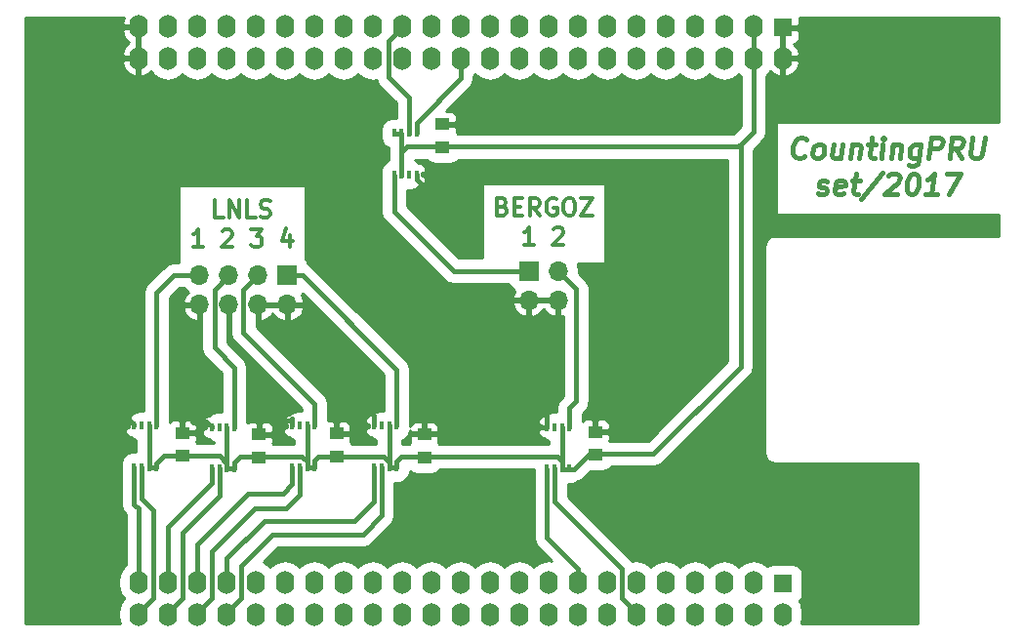
<source format=gbr>
G04 #@! TF.FileFunction,Copper,L1,Top,Signal*
%FSLAX46Y46*%
G04 Gerber Fmt 4.6, Leading zero omitted, Abs format (unit mm)*
G04 Created by KiCad (PCBNEW 4.0.4+e1-6308~48~ubuntu15.10.1-stable) date Wed Sep 13 16:31:06 2017*
%MOMM*%
%LPD*%
G01*
G04 APERTURE LIST*
%ADD10C,0.100000*%
%ADD11C,0.400000*%
%ADD12C,0.300000*%
%ADD13R,1.250000X1.000000*%
%ADD14R,1.600000X1.600000*%
%ADD15O,1.600000X2.000000*%
%ADD16R,1.700000X1.700000*%
%ADD17O,1.700000X1.700000*%
%ADD18R,0.350000X0.750000*%
%ADD19C,0.600000*%
%ADD20C,0.250000*%
%ADD21C,0.500000*%
%ADD22C,0.254000*%
G04 APERTURE END LIST*
D10*
D11*
X173872445Y-90786857D02*
X173776017Y-90872571D01*
X173508159Y-90958286D01*
X173336730Y-90958286D01*
X173090302Y-90872571D01*
X172940302Y-90701143D01*
X172876016Y-90529714D01*
X172833159Y-90186857D01*
X172865302Y-89929714D01*
X172993873Y-89586857D01*
X173101016Y-89415429D01*
X173293873Y-89244000D01*
X173561730Y-89158286D01*
X173733159Y-89158286D01*
X173979588Y-89244000D01*
X174054588Y-89329714D01*
X174879587Y-90958286D02*
X174718874Y-90872571D01*
X174643873Y-90786857D01*
X174579587Y-90615429D01*
X174643873Y-90101143D01*
X174751016Y-89929714D01*
X174847445Y-89844000D01*
X175029587Y-89758286D01*
X175286730Y-89758286D01*
X175447445Y-89844000D01*
X175522445Y-89929714D01*
X175586730Y-90101143D01*
X175522444Y-90615429D01*
X175415302Y-90786857D01*
X175318874Y-90872571D01*
X175136730Y-90958286D01*
X174879587Y-90958286D01*
X177172444Y-89758286D02*
X177022444Y-90958286D01*
X176401015Y-89758286D02*
X176283158Y-90701143D01*
X176347445Y-90872571D01*
X176508158Y-90958286D01*
X176765301Y-90958286D01*
X176947445Y-90872571D01*
X177043873Y-90786857D01*
X178029586Y-89758286D02*
X177879586Y-90958286D01*
X178008158Y-89929714D02*
X178104587Y-89844000D01*
X178286729Y-89758286D01*
X178543872Y-89758286D01*
X178704587Y-89844000D01*
X178768872Y-90015429D01*
X178651015Y-90958286D01*
X179401015Y-89758286D02*
X180086729Y-89758286D01*
X179733157Y-89158286D02*
X179540300Y-90701143D01*
X179604587Y-90872571D01*
X179765300Y-90958286D01*
X179936729Y-90958286D01*
X180536728Y-90958286D02*
X180686728Y-89758286D01*
X180761728Y-89158286D02*
X180665300Y-89244000D01*
X180740300Y-89329714D01*
X180836729Y-89244000D01*
X180761728Y-89158286D01*
X180740300Y-89329714D01*
X181543871Y-89758286D02*
X181393871Y-90958286D01*
X181522443Y-89929714D02*
X181618872Y-89844000D01*
X181801014Y-89758286D01*
X182058157Y-89758286D01*
X182218872Y-89844000D01*
X182283157Y-90015429D01*
X182165300Y-90958286D01*
X183943871Y-89758286D02*
X183761728Y-91215429D01*
X183654586Y-91386857D01*
X183558157Y-91472571D01*
X183376014Y-91558286D01*
X183118871Y-91558286D01*
X182958157Y-91472571D01*
X183804586Y-90872571D02*
X183622442Y-90958286D01*
X183279585Y-90958286D01*
X183118872Y-90872571D01*
X183043871Y-90786857D01*
X182979585Y-90615429D01*
X183043871Y-90101143D01*
X183151014Y-89929714D01*
X183247443Y-89844000D01*
X183429585Y-89758286D01*
X183772442Y-89758286D01*
X183933157Y-89844000D01*
X184651013Y-90958286D02*
X184876013Y-89158286D01*
X185561728Y-89158286D01*
X185722442Y-89244000D01*
X185797443Y-89329714D01*
X185861728Y-89501143D01*
X185829585Y-89758286D01*
X185722443Y-89929714D01*
X185626013Y-90015429D01*
X185443871Y-90101143D01*
X184758156Y-90101143D01*
X187479585Y-90958286D02*
X186986728Y-90101143D01*
X186451013Y-90958286D02*
X186676013Y-89158286D01*
X187361728Y-89158286D01*
X187522442Y-89244000D01*
X187597443Y-89329714D01*
X187661728Y-89501143D01*
X187629585Y-89758286D01*
X187522443Y-89929714D01*
X187426013Y-90015429D01*
X187243871Y-90101143D01*
X186558156Y-90101143D01*
X188476013Y-89158286D02*
X188293870Y-90615429D01*
X188358157Y-90786857D01*
X188433157Y-90872571D01*
X188593871Y-90958286D01*
X188936728Y-90958286D01*
X189118871Y-90872571D01*
X189215300Y-90786857D01*
X189322442Y-90615429D01*
X189504585Y-89158286D01*
X175018872Y-93972571D02*
X175179586Y-94058286D01*
X175522443Y-94058286D01*
X175704586Y-93972571D01*
X175811729Y-93801143D01*
X175822443Y-93715429D01*
X175758157Y-93544000D01*
X175597443Y-93458286D01*
X175340300Y-93458286D01*
X175179586Y-93372571D01*
X175115300Y-93201143D01*
X175126014Y-93115429D01*
X175233157Y-92944000D01*
X175415300Y-92858286D01*
X175672443Y-92858286D01*
X175833157Y-92944000D01*
X177247444Y-93972571D02*
X177065300Y-94058286D01*
X176722443Y-94058286D01*
X176561729Y-93972571D01*
X176497443Y-93801143D01*
X176583157Y-93115429D01*
X176690300Y-92944000D01*
X176872443Y-92858286D01*
X177215300Y-92858286D01*
X177376015Y-92944000D01*
X177440300Y-93115429D01*
X177418872Y-93286857D01*
X176540300Y-93458286D01*
X177986729Y-92858286D02*
X178672443Y-92858286D01*
X178318871Y-92258286D02*
X178126014Y-93801143D01*
X178190301Y-93972571D01*
X178351014Y-94058286D01*
X178522443Y-94058286D01*
X180643872Y-92172571D02*
X178811729Y-94486857D01*
X181126014Y-92429714D02*
X181222442Y-92344000D01*
X181404585Y-92258286D01*
X181833156Y-92258286D01*
X181993871Y-92344000D01*
X182068871Y-92429714D01*
X182133157Y-92601143D01*
X182111729Y-92772571D01*
X181993871Y-93029714D01*
X180836728Y-94058286D01*
X181951014Y-94058286D01*
X183290300Y-92258286D02*
X183461728Y-92258286D01*
X183622443Y-92344000D01*
X183697443Y-92429714D01*
X183761728Y-92601143D01*
X183804586Y-92944000D01*
X183751015Y-93372571D01*
X183622442Y-93715429D01*
X183515300Y-93886857D01*
X183418872Y-93972571D01*
X183236728Y-94058286D01*
X183065300Y-94058286D01*
X182904586Y-93972571D01*
X182829586Y-93886857D01*
X182765299Y-93715429D01*
X182722443Y-93372571D01*
X182776014Y-92944000D01*
X182904585Y-92601143D01*
X183011729Y-92429714D01*
X183108157Y-92344000D01*
X183290300Y-92258286D01*
X185379586Y-94058286D02*
X184351014Y-94058286D01*
X184865300Y-94058286D02*
X185090300Y-92258286D01*
X184886728Y-92515429D01*
X184693872Y-92686857D01*
X184511729Y-92772571D01*
X186204586Y-92258286D02*
X187404586Y-92258286D01*
X186408157Y-94058286D01*
D12*
X147698272Y-95125157D02*
X147912558Y-95196586D01*
X147983986Y-95268014D01*
X148055415Y-95410871D01*
X148055415Y-95625157D01*
X147983986Y-95768014D01*
X147912558Y-95839443D01*
X147769700Y-95910871D01*
X147198272Y-95910871D01*
X147198272Y-94410871D01*
X147698272Y-94410871D01*
X147841129Y-94482300D01*
X147912558Y-94553729D01*
X147983986Y-94696586D01*
X147983986Y-94839443D01*
X147912558Y-94982300D01*
X147841129Y-95053729D01*
X147698272Y-95125157D01*
X147198272Y-95125157D01*
X148698272Y-95125157D02*
X149198272Y-95125157D01*
X149412558Y-95910871D02*
X148698272Y-95910871D01*
X148698272Y-94410871D01*
X149412558Y-94410871D01*
X150912558Y-95910871D02*
X150412558Y-95196586D01*
X150055415Y-95910871D02*
X150055415Y-94410871D01*
X150626843Y-94410871D01*
X150769701Y-94482300D01*
X150841129Y-94553729D01*
X150912558Y-94696586D01*
X150912558Y-94910871D01*
X150841129Y-95053729D01*
X150769701Y-95125157D01*
X150626843Y-95196586D01*
X150055415Y-95196586D01*
X152341129Y-94482300D02*
X152198272Y-94410871D01*
X151983986Y-94410871D01*
X151769701Y-94482300D01*
X151626843Y-94625157D01*
X151555415Y-94768014D01*
X151483986Y-95053729D01*
X151483986Y-95268014D01*
X151555415Y-95553729D01*
X151626843Y-95696586D01*
X151769701Y-95839443D01*
X151983986Y-95910871D01*
X152126843Y-95910871D01*
X152341129Y-95839443D01*
X152412558Y-95768014D01*
X152412558Y-95268014D01*
X152126843Y-95268014D01*
X153341129Y-94410871D02*
X153626843Y-94410871D01*
X153769701Y-94482300D01*
X153912558Y-94625157D01*
X153983986Y-94910871D01*
X153983986Y-95410871D01*
X153912558Y-95696586D01*
X153769701Y-95839443D01*
X153626843Y-95910871D01*
X153341129Y-95910871D01*
X153198272Y-95839443D01*
X153055415Y-95696586D01*
X152983986Y-95410871D01*
X152983986Y-94910871D01*
X153055415Y-94625157D01*
X153198272Y-94482300D01*
X153341129Y-94410871D01*
X154483987Y-94410871D02*
X155483987Y-94410871D01*
X154483987Y-95910871D01*
X155483987Y-95910871D01*
X150412558Y-98460871D02*
X149555415Y-98460871D01*
X149983987Y-98460871D02*
X149983987Y-96960871D01*
X149841130Y-97175157D01*
X149698272Y-97318014D01*
X149555415Y-97389443D01*
X152126843Y-97103729D02*
X152198272Y-97032300D01*
X152341129Y-96960871D01*
X152698272Y-96960871D01*
X152841129Y-97032300D01*
X152912558Y-97103729D01*
X152983986Y-97246586D01*
X152983986Y-97389443D01*
X152912558Y-97603729D01*
X152055415Y-98460871D01*
X152983986Y-98460871D01*
X123477543Y-96075971D02*
X122763257Y-96075971D01*
X122763257Y-94575971D01*
X123977543Y-96075971D02*
X123977543Y-94575971D01*
X124834686Y-96075971D01*
X124834686Y-94575971D01*
X126263258Y-96075971D02*
X125548972Y-96075971D01*
X125548972Y-94575971D01*
X126691829Y-96004543D02*
X126906115Y-96075971D01*
X127263258Y-96075971D01*
X127406115Y-96004543D01*
X127477544Y-95933114D01*
X127548972Y-95790257D01*
X127548972Y-95647400D01*
X127477544Y-95504543D01*
X127406115Y-95433114D01*
X127263258Y-95361686D01*
X126977544Y-95290257D01*
X126834686Y-95218829D01*
X126763258Y-95147400D01*
X126691829Y-95004543D01*
X126691829Y-94861686D01*
X126763258Y-94718829D01*
X126834686Y-94647400D01*
X126977544Y-94575971D01*
X127334686Y-94575971D01*
X127548972Y-94647400D01*
X121691830Y-98625971D02*
X120834687Y-98625971D01*
X121263259Y-98625971D02*
X121263259Y-97125971D01*
X121120402Y-97340257D01*
X120977544Y-97483114D01*
X120834687Y-97554543D01*
X123406115Y-97268829D02*
X123477544Y-97197400D01*
X123620401Y-97125971D01*
X123977544Y-97125971D01*
X124120401Y-97197400D01*
X124191830Y-97268829D01*
X124263258Y-97411686D01*
X124263258Y-97554543D01*
X124191830Y-97768829D01*
X123334687Y-98625971D01*
X124263258Y-98625971D01*
X125906115Y-97125971D02*
X126834686Y-97125971D01*
X126334686Y-97697400D01*
X126548972Y-97697400D01*
X126691829Y-97768829D01*
X126763258Y-97840257D01*
X126834686Y-97983114D01*
X126834686Y-98340257D01*
X126763258Y-98483114D01*
X126691829Y-98554543D01*
X126548972Y-98625971D01*
X126120400Y-98625971D01*
X125977543Y-98554543D01*
X125906115Y-98483114D01*
X129263257Y-97625971D02*
X129263257Y-98625971D01*
X128906114Y-97054543D02*
X128548971Y-98125971D01*
X129477543Y-98125971D01*
D13*
X142494000Y-89976200D03*
X142494000Y-87976200D03*
X155727400Y-116671600D03*
X155727400Y-114671600D03*
X140893800Y-116874800D03*
X140893800Y-114874800D03*
X133273800Y-116824000D03*
X133273800Y-114824000D03*
X126568200Y-116900200D03*
X126568200Y-114900200D03*
D14*
X171996100Y-79603600D03*
D15*
X171996100Y-82243600D03*
X169456100Y-79503600D03*
X169456100Y-82243600D03*
X166916100Y-79503600D03*
X166916100Y-82243600D03*
X164376100Y-79503600D03*
X164376100Y-82243600D03*
X161836100Y-79503600D03*
X161836100Y-82243600D03*
X159296100Y-79503600D03*
X159296100Y-82243600D03*
X156756100Y-79503600D03*
X156756100Y-82243600D03*
X154216100Y-79503600D03*
X154216100Y-82243600D03*
X151676100Y-79503600D03*
X151676100Y-82243600D03*
X149136100Y-79503600D03*
X149136100Y-82243600D03*
X146596100Y-79503600D03*
X146596100Y-82243600D03*
X144056100Y-79503600D03*
X144056100Y-82243600D03*
X141516100Y-79503600D03*
X141516100Y-82243600D03*
X138976100Y-79503600D03*
X138976100Y-82243600D03*
X136436100Y-79503600D03*
X136436100Y-82243600D03*
X133896100Y-79503600D03*
X133896100Y-82243600D03*
X131356100Y-79503600D03*
X131356100Y-82243600D03*
X128816100Y-79503600D03*
X128816100Y-82243600D03*
X126276100Y-79503600D03*
X126276100Y-82243600D03*
X123736100Y-79503600D03*
X123736100Y-82243600D03*
X121196100Y-79503600D03*
X121196100Y-82243600D03*
X118656100Y-79503600D03*
X118656100Y-82243600D03*
X116116100Y-79503600D03*
X116116100Y-82243600D03*
D14*
X171996100Y-127863600D03*
D15*
X171996100Y-130503600D03*
X169456100Y-127763600D03*
X169456100Y-130503600D03*
X166916100Y-127763600D03*
X166916100Y-130503600D03*
X164376100Y-127763600D03*
X164376100Y-130503600D03*
X161836100Y-127763600D03*
X161836100Y-130503600D03*
X159296100Y-127763600D03*
X159296100Y-130503600D03*
X156756100Y-127763600D03*
X156756100Y-130503600D03*
X154216100Y-127763600D03*
X154216100Y-130503600D03*
X151676100Y-127763600D03*
X151676100Y-130503600D03*
X149136100Y-127763600D03*
X149136100Y-130503600D03*
X146596100Y-127763600D03*
X146596100Y-130503600D03*
X144056100Y-127763600D03*
X144056100Y-130503600D03*
X141516100Y-127763600D03*
X141516100Y-130503600D03*
X138976100Y-127763600D03*
X138976100Y-130503600D03*
X136436100Y-127763600D03*
X136436100Y-130503600D03*
X133896100Y-127763600D03*
X133896100Y-130503600D03*
X131356100Y-127763600D03*
X131356100Y-130503600D03*
X128816100Y-127763600D03*
X128816100Y-130503600D03*
X126276100Y-127763600D03*
X126276100Y-130503600D03*
X123736100Y-127763600D03*
X123736100Y-130503600D03*
X121196100Y-127763600D03*
X121196100Y-130503600D03*
X118656100Y-127763600D03*
X118656100Y-130503600D03*
X116116100Y-127763600D03*
X116116100Y-130503600D03*
D16*
X149987000Y-100711000D03*
D17*
X152527000Y-100711000D03*
X149987000Y-103251000D03*
X152527000Y-103251000D03*
D16*
X129032000Y-101092000D03*
D17*
X129032000Y-103632000D03*
X126492000Y-101092000D03*
X126492000Y-103632000D03*
X123952000Y-101092000D03*
X123952000Y-103632000D03*
X121412000Y-101092000D03*
X121412000Y-103632000D03*
D18*
X140222880Y-92356080D03*
X139572880Y-92356080D03*
X138922880Y-92356080D03*
X138272880Y-92356080D03*
X140222880Y-88756080D03*
X139572880Y-88756080D03*
X138272880Y-88756080D03*
X138922880Y-88756080D03*
X151552000Y-114252600D03*
X152202000Y-114252600D03*
X152852000Y-114252600D03*
X153502000Y-114252600D03*
X151552000Y-117852600D03*
X152202000Y-117852600D03*
X153502000Y-117852600D03*
X152852000Y-117852600D03*
X115738000Y-114151000D03*
X116388000Y-114151000D03*
X117038000Y-114151000D03*
X117688000Y-114151000D03*
X115738000Y-117751000D03*
X116388000Y-117751000D03*
X117688000Y-117751000D03*
X117038000Y-117751000D03*
X122469000Y-114278000D03*
X123119000Y-114278000D03*
X123769000Y-114278000D03*
X124419000Y-114278000D03*
X122469000Y-117878000D03*
X123119000Y-117878000D03*
X124419000Y-117878000D03*
X123769000Y-117878000D03*
X129454000Y-114151000D03*
X130104000Y-114151000D03*
X130754000Y-114151000D03*
X131404000Y-114151000D03*
X129454000Y-117751000D03*
X130104000Y-117751000D03*
X131404000Y-117751000D03*
X130754000Y-117751000D03*
X136566000Y-114151000D03*
X137216000Y-114151000D03*
X137866000Y-114151000D03*
X138516000Y-114151000D03*
X136566000Y-117751000D03*
X137216000Y-117751000D03*
X138516000Y-117751000D03*
X137866000Y-117751000D03*
D13*
X119913400Y-116773200D03*
X119913400Y-114773200D03*
D19*
X144983200Y-97663000D03*
X145694400Y-105765600D03*
X145542000Y-123291600D03*
X145237200Y-111861600D03*
X144754600Y-86791800D03*
X143256000Y-95834200D03*
X137236200Y-102514400D03*
X132232400Y-108966000D03*
X135001000Y-100660200D03*
X127101600Y-111074200D03*
X114998500Y-103708200D03*
X121424700Y-110413800D03*
D11*
X149987000Y-103251000D02*
X148209000Y-103251000D01*
X148209000Y-103251000D02*
X145694400Y-105765600D01*
X151552000Y-114252600D02*
X147628200Y-114252600D01*
X145542000Y-123291600D02*
X145516600Y-123266200D01*
X147628200Y-114252600D02*
X145237200Y-111861600D01*
X140222880Y-92356080D02*
X140222880Y-92801080D01*
X140222880Y-92801080D02*
X143256000Y-95834200D01*
X136566000Y-114151000D02*
X136566000Y-113299600D01*
X136566000Y-113299600D02*
X132232400Y-108966000D01*
X129454000Y-114151000D02*
X129454000Y-113528200D01*
X127101600Y-112674400D02*
X127101600Y-111074200D01*
X128117600Y-113690400D02*
X127101600Y-112674400D01*
X129291800Y-113690400D02*
X128117600Y-113690400D01*
X129454000Y-113528200D02*
X129291800Y-113690400D01*
X122469000Y-114278000D02*
X122469000Y-114239400D01*
X122469000Y-114239400D02*
X122082200Y-113852600D01*
D20*
X121424700Y-113329000D02*
X121424700Y-110413800D01*
X120901100Y-113852600D02*
X121424700Y-113329000D01*
X115298700Y-104008400D02*
X114998500Y-103708200D01*
D21*
X122093200Y-113852600D02*
X122082200Y-113852600D01*
X122082200Y-113852600D02*
X120901100Y-113852600D01*
X115298700Y-113814500D02*
X115298700Y-113622300D01*
D11*
X115738000Y-114061600D02*
X115298700Y-113622300D01*
X115738000Y-114151000D02*
X115738000Y-114061600D01*
D21*
X115298700Y-113622300D02*
X115298700Y-104008400D01*
D11*
X152527000Y-105740200D02*
X152527000Y-103251000D01*
X151552000Y-114316100D02*
X151552000Y-106715200D01*
X151552000Y-106715200D02*
X152527000Y-105740200D01*
X117038000Y-114151000D02*
X117038000Y-117751000D01*
X152852000Y-117852600D02*
X152852000Y-117215800D01*
X152852000Y-117215800D02*
X152852000Y-114252600D01*
X137866000Y-114151000D02*
X137866000Y-117368200D01*
X137866000Y-117368200D02*
X137866000Y-117751000D01*
X130754000Y-117751000D02*
X130754000Y-117292000D01*
X130754000Y-117292000D02*
X130754000Y-114151000D01*
X123769000Y-114278000D02*
X123769000Y-117322600D01*
X123769000Y-117322600D02*
X123769000Y-117878000D01*
X130754000Y-117751000D02*
X131404000Y-117751000D01*
X123769000Y-117878000D02*
X124419000Y-117878000D01*
X117038000Y-117751000D02*
X117688000Y-117751000D01*
X138930500Y-90551000D02*
X138930500Y-90431500D01*
X168148000Y-89941400D02*
X168325800Y-89763600D01*
X139420600Y-89941400D02*
X168148000Y-89941400D01*
X138930500Y-90431500D02*
X139420600Y-89941400D01*
X138930500Y-92439900D02*
X138930500Y-90551000D01*
X168325800Y-109029500D02*
X168325800Y-89763600D01*
X160782000Y-116573300D02*
X168325800Y-109029500D01*
X168325800Y-89763600D02*
X169456100Y-88633300D01*
X138930500Y-90551000D02*
X138930500Y-88839900D01*
X152852000Y-117916100D02*
X153187400Y-117916100D01*
X155257500Y-116573300D02*
X160782000Y-116573300D01*
X153914700Y-117916100D02*
X155257500Y-116573300D01*
X152476200Y-116840000D02*
X152852000Y-117215800D01*
X138887200Y-116840000D02*
X152476200Y-116840000D01*
X137337800Y-116840000D02*
X137866000Y-117368200D01*
X131724400Y-116840000D02*
X137337800Y-116840000D01*
X130302000Y-116840000D02*
X130754000Y-117292000D01*
X124917200Y-116840000D02*
X130302000Y-116840000D01*
X123113800Y-116763800D02*
X123769000Y-117419000D01*
X123769000Y-117419000D02*
X123743600Y-117419000D01*
X123743600Y-117419000D02*
X123647200Y-117322600D01*
X123647200Y-117322600D02*
X123769000Y-117322600D01*
X138516000Y-117751000D02*
X137866000Y-117751000D01*
X138516000Y-117211200D02*
X138887200Y-116840000D01*
X131404000Y-117160400D02*
X131724400Y-116840000D01*
X124419000Y-117338200D02*
X124917200Y-116840000D01*
X118338600Y-116763800D02*
X123113800Y-116763800D01*
X138516000Y-117751000D02*
X138516000Y-117211200D01*
X131404000Y-117751000D02*
X131404000Y-117160400D01*
X124419000Y-117878000D02*
X124419000Y-117338200D01*
X117688000Y-117751000D02*
X117688000Y-117414400D01*
X117688000Y-117414400D02*
X118338600Y-116763800D01*
X138280500Y-88839900D02*
X138930500Y-88839900D01*
X153502000Y-117916100D02*
X153914700Y-117916100D01*
X153187400Y-117916100D02*
X153502000Y-117916100D01*
X169456100Y-88633300D02*
X169456100Y-79603600D01*
D20*
X159296100Y-127825500D02*
X159296100Y-127863600D01*
D11*
X118656100Y-127863600D02*
X118656100Y-122923300D01*
X122469000Y-119110400D02*
X122469000Y-117878000D01*
X118656100Y-122923300D02*
X122469000Y-119110400D01*
X126492000Y-101092000D02*
X125222000Y-102362000D01*
X125222000Y-102362000D02*
X125222000Y-106032300D01*
X125222000Y-106032300D02*
X131404000Y-112214300D01*
X131404000Y-112214300D02*
X131404000Y-114151000D01*
X125222000Y-106032300D02*
X125222000Y-102362000D01*
X123952000Y-101092000D02*
X122694700Y-102349300D01*
X122694700Y-102349300D02*
X122694700Y-107365800D01*
X122694700Y-107365800D02*
X124419000Y-109090100D01*
X124419000Y-109090100D02*
X124419000Y-114278000D01*
X119176800Y-101092000D02*
X121412000Y-101092000D01*
X117688000Y-102580800D02*
X119176800Y-101092000D01*
X117688000Y-114151000D02*
X117688000Y-102580800D01*
X153502000Y-114316100D02*
X153502000Y-112626500D01*
X154093700Y-112034800D02*
X154093700Y-102277700D01*
X153502000Y-112626500D02*
X154093700Y-112034800D01*
X154093700Y-102277700D02*
X152527000Y-100711000D01*
X138280500Y-92439900D02*
X138280500Y-95557700D01*
X143433800Y-100711000D02*
X149987000Y-100711000D01*
X138280500Y-95557700D02*
X143433800Y-100711000D01*
X139580500Y-88839900D02*
X139580500Y-85656300D01*
X139580500Y-85656300D02*
X137833100Y-83908900D01*
X137833100Y-80746600D02*
X138976100Y-79603600D01*
X137833100Y-83908900D02*
X137833100Y-80746600D01*
X140222880Y-88756080D02*
X140222880Y-87843720D01*
X144056100Y-84010500D02*
X144056100Y-82143600D01*
X140222880Y-87843720D02*
X144056100Y-84010500D01*
X116388000Y-117751000D02*
X116388000Y-120477400D01*
X117398800Y-129120900D02*
X116116100Y-130403600D01*
X117398800Y-121488200D02*
X117398800Y-129120900D01*
X116388000Y-120477400D02*
X117398800Y-121488200D01*
D20*
X116116100Y-130403600D02*
X116141500Y-130403600D01*
D11*
X116116100Y-127863600D02*
X116116100Y-121323100D01*
X115738000Y-120945000D02*
X115738000Y-117751000D01*
X116116100Y-121323100D02*
X115738000Y-120945000D01*
X130104000Y-117751000D02*
X130104000Y-120136800D01*
X122504200Y-129095500D02*
X121196100Y-130403600D01*
X122504200Y-125044200D02*
X122504200Y-129095500D01*
X126238000Y-121310400D02*
X122504200Y-125044200D01*
X128930400Y-121310400D02*
X126238000Y-121310400D01*
X130104000Y-120136800D02*
X128930400Y-121310400D01*
D20*
X121196100Y-130403600D02*
X121335800Y-130403600D01*
D11*
X121196100Y-127863600D02*
X121196100Y-124472700D01*
X129454000Y-119237400D02*
X129454000Y-117751000D01*
X128625600Y-120065800D02*
X129454000Y-119237400D01*
X125603000Y-120065800D02*
X128625600Y-120065800D01*
X121196100Y-124472700D02*
X125603000Y-120065800D01*
X152217100Y-117846200D02*
X152217100Y-120733800D01*
X152217100Y-120733800D02*
X158026100Y-126542800D01*
X158026100Y-126542800D02*
X158026100Y-129133600D01*
X158026100Y-129133600D02*
X159296100Y-130403600D01*
X151552000Y-117916100D02*
X151552000Y-123878700D01*
X151552000Y-123878700D02*
X154216100Y-126542800D01*
X154216100Y-126542800D02*
X154216100Y-127863600D01*
X123119000Y-117878000D02*
X123119000Y-120213000D01*
X119938800Y-129120900D02*
X118656100Y-130403600D01*
X119938800Y-123393200D02*
X119938800Y-129120900D01*
X123119000Y-120213000D02*
X119938800Y-123393200D01*
D20*
X118656100Y-130403600D02*
X118821200Y-130403600D01*
D11*
X123736100Y-127863600D02*
X123736100Y-125666500D01*
X136566000Y-120685200D02*
X136566000Y-117751000D01*
X134874000Y-122377200D02*
X136566000Y-120685200D01*
X127025400Y-122377200D02*
X134874000Y-122377200D01*
X123736100Y-125666500D02*
X127025400Y-122377200D01*
X137216000Y-117751000D02*
X137216000Y-121940200D01*
X125018800Y-129120900D02*
X123736100Y-130403600D01*
X125018800Y-126339600D02*
X125018800Y-129120900D01*
X127762000Y-123596400D02*
X125018800Y-126339600D01*
X135559800Y-123596400D02*
X127762000Y-123596400D01*
X137216000Y-121940200D02*
X135559800Y-123596400D01*
X138516000Y-114151000D02*
X138516000Y-109280600D01*
X130327400Y-101092000D02*
X129032000Y-101092000D01*
X138516000Y-109280600D02*
X130327400Y-101092000D01*
D22*
G36*
X114684166Y-79150714D02*
X114836629Y-79376600D01*
X115989100Y-79376600D01*
X115989100Y-79356600D01*
X116243100Y-79356600D01*
X116243100Y-79376600D01*
X116263100Y-79376600D01*
X116263100Y-79630600D01*
X116243100Y-79630600D01*
X116243100Y-82116600D01*
X116263100Y-82116600D01*
X116263100Y-82370600D01*
X116243100Y-82370600D01*
X116243100Y-83713515D01*
X116465139Y-83835504D01*
X116522830Y-83825042D01*
X117020524Y-83564237D01*
X117199343Y-83349949D01*
X117434927Y-83702525D01*
X117995206Y-84076892D01*
X118656100Y-84208352D01*
X119316994Y-84076892D01*
X119877273Y-83702525D01*
X119926100Y-83629450D01*
X119974927Y-83702525D01*
X120535206Y-84076892D01*
X121196100Y-84208352D01*
X121856994Y-84076892D01*
X122417273Y-83702525D01*
X122466100Y-83629450D01*
X122514927Y-83702525D01*
X123075206Y-84076892D01*
X123736100Y-84208352D01*
X124396994Y-84076892D01*
X124957273Y-83702525D01*
X125006100Y-83629450D01*
X125054927Y-83702525D01*
X125615206Y-84076892D01*
X126276100Y-84208352D01*
X126936994Y-84076892D01*
X127497273Y-83702525D01*
X127546100Y-83629450D01*
X127594927Y-83702525D01*
X128155206Y-84076892D01*
X128816100Y-84208352D01*
X129476994Y-84076892D01*
X130037273Y-83702525D01*
X130086100Y-83629450D01*
X130134927Y-83702525D01*
X130695206Y-84076892D01*
X131356100Y-84208352D01*
X132016994Y-84076892D01*
X132577273Y-83702525D01*
X132626100Y-83629450D01*
X132674927Y-83702525D01*
X133235206Y-84076892D01*
X133896100Y-84208352D01*
X134556994Y-84076892D01*
X135117273Y-83702525D01*
X135166100Y-83629450D01*
X135214927Y-83702525D01*
X135775206Y-84076892D01*
X136436100Y-84208352D01*
X136753122Y-84145292D01*
X136791888Y-84340184D01*
X137036191Y-84705809D01*
X138453500Y-86123118D01*
X138453500Y-87437057D01*
X138447880Y-87435919D01*
X138097880Y-87435919D01*
X137754354Y-87500558D01*
X137438847Y-87703581D01*
X137227184Y-88013359D01*
X137152719Y-88381080D01*
X137152719Y-89131080D01*
X137217358Y-89474606D01*
X137420381Y-89790113D01*
X137730159Y-90001776D01*
X137803500Y-90016628D01*
X137803500Y-91091311D01*
X137754354Y-91100558D01*
X137438847Y-91303581D01*
X137227184Y-91613359D01*
X137152719Y-91981080D01*
X137152719Y-92731080D01*
X137153500Y-92735231D01*
X137153500Y-95557700D01*
X137239288Y-95988984D01*
X137483591Y-96354609D01*
X142636891Y-101507910D01*
X143002516Y-101752212D01*
X143433800Y-101838000D01*
X148243960Y-101838000D01*
X148256478Y-101904526D01*
X148459501Y-102220033D01*
X148765465Y-102429090D01*
X148715355Y-102484076D01*
X148545524Y-102894110D01*
X148666845Y-103124000D01*
X149860000Y-103124000D01*
X149860000Y-103104000D01*
X150114000Y-103104000D01*
X150114000Y-103124000D01*
X152400000Y-103124000D01*
X152400000Y-103104000D01*
X152654000Y-103104000D01*
X152654000Y-103124000D01*
X152674000Y-103124000D01*
X152674000Y-103378000D01*
X152654000Y-103378000D01*
X152654000Y-104571819D01*
X152883892Y-104692486D01*
X152966700Y-104653597D01*
X152966700Y-111567982D01*
X152705091Y-111829591D01*
X152460788Y-112195216D01*
X152375000Y-112626500D01*
X152375000Y-112932439D01*
X152027000Y-112932439D01*
X151683474Y-112997078D01*
X151367967Y-113200101D01*
X151325461Y-113262311D01*
X151305750Y-113242600D01*
X151250690Y-113242600D01*
X151017301Y-113339273D01*
X150838673Y-113517902D01*
X150742000Y-113751291D01*
X150742000Y-113966850D01*
X150900750Y-114125600D01*
X151081839Y-114125600D01*
X151081839Y-114379600D01*
X150900750Y-114379600D01*
X150742000Y-114538350D01*
X150742000Y-114753909D01*
X150838673Y-114987298D01*
X151017301Y-115165927D01*
X151250690Y-115262600D01*
X151305750Y-115262600D01*
X151322961Y-115245389D01*
X151349501Y-115286633D01*
X151659279Y-115498296D01*
X151725000Y-115511605D01*
X151725000Y-115713000D01*
X142192249Y-115713000D01*
X142093874Y-115645783D01*
X142153800Y-115501109D01*
X142153800Y-115160550D01*
X141995050Y-115001800D01*
X141020800Y-115001800D01*
X141020800Y-115021800D01*
X140766800Y-115021800D01*
X140766800Y-115001800D01*
X139792550Y-115001800D01*
X139633800Y-115160550D01*
X139633800Y-115501109D01*
X139692906Y-115643803D01*
X139609767Y-115697301D01*
X139599040Y-115713000D01*
X138993000Y-115713000D01*
X138993000Y-115414336D01*
X139034526Y-115406522D01*
X139350033Y-115203499D01*
X139561696Y-114893721D01*
X139633800Y-114537659D01*
X139633800Y-114589050D01*
X139792550Y-114747800D01*
X140766800Y-114747800D01*
X140766800Y-113898550D01*
X141020800Y-113898550D01*
X141020800Y-114747800D01*
X141995050Y-114747800D01*
X142153800Y-114589050D01*
X142153800Y-114248491D01*
X142057127Y-114015102D01*
X141878499Y-113836473D01*
X141645110Y-113739800D01*
X141179550Y-113739800D01*
X141020800Y-113898550D01*
X140766800Y-113898550D01*
X140608050Y-113739800D01*
X140142490Y-113739800D01*
X139909101Y-113836473D01*
X139730473Y-114015102D01*
X139636161Y-114242791D01*
X139636161Y-114185382D01*
X139643000Y-114151000D01*
X139643000Y-109280600D01*
X139557212Y-108849316D01*
X139312909Y-108483691D01*
X134437108Y-103607890D01*
X148545524Y-103607890D01*
X148715355Y-104017924D01*
X149105642Y-104446183D01*
X149630108Y-104692486D01*
X149860000Y-104571819D01*
X149860000Y-103378000D01*
X150114000Y-103378000D01*
X150114000Y-104571819D01*
X150343892Y-104692486D01*
X150868358Y-104446183D01*
X151257000Y-104019729D01*
X151645642Y-104446183D01*
X152170108Y-104692486D01*
X152400000Y-104571819D01*
X152400000Y-103378000D01*
X150114000Y-103378000D01*
X149860000Y-103378000D01*
X148666845Y-103378000D01*
X148545524Y-103607890D01*
X134437108Y-103607890D01*
X131124309Y-100295091D01*
X130795855Y-100075625D01*
X130762522Y-99898474D01*
X130618828Y-99675167D01*
X130618828Y-93270400D01*
X119621973Y-93270400D01*
X119621973Y-99965000D01*
X119176800Y-99965000D01*
X118745516Y-100050788D01*
X118379891Y-100295091D01*
X116891091Y-101783891D01*
X116646788Y-102149516D01*
X116561000Y-102580800D01*
X116561000Y-112830839D01*
X116213000Y-112830839D01*
X115869474Y-112895478D01*
X115553967Y-113098501D01*
X115511461Y-113160711D01*
X115491750Y-113141000D01*
X115436690Y-113141000D01*
X115203301Y-113237673D01*
X115024673Y-113416302D01*
X114928000Y-113649691D01*
X114928000Y-113865250D01*
X115086750Y-114024000D01*
X115267839Y-114024000D01*
X115267839Y-114278000D01*
X115086750Y-114278000D01*
X114928000Y-114436750D01*
X114928000Y-114652309D01*
X115024673Y-114885698D01*
X115203301Y-115064327D01*
X115436690Y-115161000D01*
X115491750Y-115161000D01*
X115508961Y-115143789D01*
X115535501Y-115185033D01*
X115845279Y-115396696D01*
X115911000Y-115410005D01*
X115911000Y-116430839D01*
X115563000Y-116430839D01*
X115219474Y-116495478D01*
X114903967Y-116698501D01*
X114692304Y-117008279D01*
X114617839Y-117376000D01*
X114617839Y-117716618D01*
X114611000Y-117751000D01*
X114611000Y-120945000D01*
X114696788Y-121376284D01*
X114941091Y-121741909D01*
X114989100Y-121789918D01*
X114989100Y-126241751D01*
X114894927Y-126304675D01*
X114520560Y-126864954D01*
X114389100Y-127525848D01*
X114389100Y-128001352D01*
X114520560Y-128662246D01*
X114835509Y-129133600D01*
X114520560Y-129604954D01*
X114389100Y-130265848D01*
X114389100Y-130741352D01*
X114496482Y-131281200D01*
X106348500Y-131281200D01*
X106348500Y-82596486D01*
X114684166Y-82596486D01*
X114851672Y-83132826D01*
X115211676Y-83564237D01*
X115709370Y-83825042D01*
X115767061Y-83835504D01*
X115989100Y-83713515D01*
X115989100Y-82370600D01*
X114836629Y-82370600D01*
X114684166Y-82596486D01*
X106348500Y-82596486D01*
X106348500Y-79856486D01*
X114684166Y-79856486D01*
X114851672Y-80392826D01*
X115211676Y-80824237D01*
X115305875Y-80873600D01*
X115211676Y-80922963D01*
X114851672Y-81354374D01*
X114684166Y-81890714D01*
X114836629Y-82116600D01*
X115989100Y-82116600D01*
X115989100Y-79630600D01*
X114836629Y-79630600D01*
X114684166Y-79856486D01*
X106348500Y-79856486D01*
X106348500Y-78713300D01*
X114820776Y-78713300D01*
X114684166Y-79150714D01*
X114684166Y-79150714D01*
G37*
X114684166Y-79150714D02*
X114836629Y-79376600D01*
X115989100Y-79376600D01*
X115989100Y-79356600D01*
X116243100Y-79356600D01*
X116243100Y-79376600D01*
X116263100Y-79376600D01*
X116263100Y-79630600D01*
X116243100Y-79630600D01*
X116243100Y-82116600D01*
X116263100Y-82116600D01*
X116263100Y-82370600D01*
X116243100Y-82370600D01*
X116243100Y-83713515D01*
X116465139Y-83835504D01*
X116522830Y-83825042D01*
X117020524Y-83564237D01*
X117199343Y-83349949D01*
X117434927Y-83702525D01*
X117995206Y-84076892D01*
X118656100Y-84208352D01*
X119316994Y-84076892D01*
X119877273Y-83702525D01*
X119926100Y-83629450D01*
X119974927Y-83702525D01*
X120535206Y-84076892D01*
X121196100Y-84208352D01*
X121856994Y-84076892D01*
X122417273Y-83702525D01*
X122466100Y-83629450D01*
X122514927Y-83702525D01*
X123075206Y-84076892D01*
X123736100Y-84208352D01*
X124396994Y-84076892D01*
X124957273Y-83702525D01*
X125006100Y-83629450D01*
X125054927Y-83702525D01*
X125615206Y-84076892D01*
X126276100Y-84208352D01*
X126936994Y-84076892D01*
X127497273Y-83702525D01*
X127546100Y-83629450D01*
X127594927Y-83702525D01*
X128155206Y-84076892D01*
X128816100Y-84208352D01*
X129476994Y-84076892D01*
X130037273Y-83702525D01*
X130086100Y-83629450D01*
X130134927Y-83702525D01*
X130695206Y-84076892D01*
X131356100Y-84208352D01*
X132016994Y-84076892D01*
X132577273Y-83702525D01*
X132626100Y-83629450D01*
X132674927Y-83702525D01*
X133235206Y-84076892D01*
X133896100Y-84208352D01*
X134556994Y-84076892D01*
X135117273Y-83702525D01*
X135166100Y-83629450D01*
X135214927Y-83702525D01*
X135775206Y-84076892D01*
X136436100Y-84208352D01*
X136753122Y-84145292D01*
X136791888Y-84340184D01*
X137036191Y-84705809D01*
X138453500Y-86123118D01*
X138453500Y-87437057D01*
X138447880Y-87435919D01*
X138097880Y-87435919D01*
X137754354Y-87500558D01*
X137438847Y-87703581D01*
X137227184Y-88013359D01*
X137152719Y-88381080D01*
X137152719Y-89131080D01*
X137217358Y-89474606D01*
X137420381Y-89790113D01*
X137730159Y-90001776D01*
X137803500Y-90016628D01*
X137803500Y-91091311D01*
X137754354Y-91100558D01*
X137438847Y-91303581D01*
X137227184Y-91613359D01*
X137152719Y-91981080D01*
X137152719Y-92731080D01*
X137153500Y-92735231D01*
X137153500Y-95557700D01*
X137239288Y-95988984D01*
X137483591Y-96354609D01*
X142636891Y-101507910D01*
X143002516Y-101752212D01*
X143433800Y-101838000D01*
X148243960Y-101838000D01*
X148256478Y-101904526D01*
X148459501Y-102220033D01*
X148765465Y-102429090D01*
X148715355Y-102484076D01*
X148545524Y-102894110D01*
X148666845Y-103124000D01*
X149860000Y-103124000D01*
X149860000Y-103104000D01*
X150114000Y-103104000D01*
X150114000Y-103124000D01*
X152400000Y-103124000D01*
X152400000Y-103104000D01*
X152654000Y-103104000D01*
X152654000Y-103124000D01*
X152674000Y-103124000D01*
X152674000Y-103378000D01*
X152654000Y-103378000D01*
X152654000Y-104571819D01*
X152883892Y-104692486D01*
X152966700Y-104653597D01*
X152966700Y-111567982D01*
X152705091Y-111829591D01*
X152460788Y-112195216D01*
X152375000Y-112626500D01*
X152375000Y-112932439D01*
X152027000Y-112932439D01*
X151683474Y-112997078D01*
X151367967Y-113200101D01*
X151325461Y-113262311D01*
X151305750Y-113242600D01*
X151250690Y-113242600D01*
X151017301Y-113339273D01*
X150838673Y-113517902D01*
X150742000Y-113751291D01*
X150742000Y-113966850D01*
X150900750Y-114125600D01*
X151081839Y-114125600D01*
X151081839Y-114379600D01*
X150900750Y-114379600D01*
X150742000Y-114538350D01*
X150742000Y-114753909D01*
X150838673Y-114987298D01*
X151017301Y-115165927D01*
X151250690Y-115262600D01*
X151305750Y-115262600D01*
X151322961Y-115245389D01*
X151349501Y-115286633D01*
X151659279Y-115498296D01*
X151725000Y-115511605D01*
X151725000Y-115713000D01*
X142192249Y-115713000D01*
X142093874Y-115645783D01*
X142153800Y-115501109D01*
X142153800Y-115160550D01*
X141995050Y-115001800D01*
X141020800Y-115001800D01*
X141020800Y-115021800D01*
X140766800Y-115021800D01*
X140766800Y-115001800D01*
X139792550Y-115001800D01*
X139633800Y-115160550D01*
X139633800Y-115501109D01*
X139692906Y-115643803D01*
X139609767Y-115697301D01*
X139599040Y-115713000D01*
X138993000Y-115713000D01*
X138993000Y-115414336D01*
X139034526Y-115406522D01*
X139350033Y-115203499D01*
X139561696Y-114893721D01*
X139633800Y-114537659D01*
X139633800Y-114589050D01*
X139792550Y-114747800D01*
X140766800Y-114747800D01*
X140766800Y-113898550D01*
X141020800Y-113898550D01*
X141020800Y-114747800D01*
X141995050Y-114747800D01*
X142153800Y-114589050D01*
X142153800Y-114248491D01*
X142057127Y-114015102D01*
X141878499Y-113836473D01*
X141645110Y-113739800D01*
X141179550Y-113739800D01*
X141020800Y-113898550D01*
X140766800Y-113898550D01*
X140608050Y-113739800D01*
X140142490Y-113739800D01*
X139909101Y-113836473D01*
X139730473Y-114015102D01*
X139636161Y-114242791D01*
X139636161Y-114185382D01*
X139643000Y-114151000D01*
X139643000Y-109280600D01*
X139557212Y-108849316D01*
X139312909Y-108483691D01*
X134437108Y-103607890D01*
X148545524Y-103607890D01*
X148715355Y-104017924D01*
X149105642Y-104446183D01*
X149630108Y-104692486D01*
X149860000Y-104571819D01*
X149860000Y-103378000D01*
X150114000Y-103378000D01*
X150114000Y-104571819D01*
X150343892Y-104692486D01*
X150868358Y-104446183D01*
X151257000Y-104019729D01*
X151645642Y-104446183D01*
X152170108Y-104692486D01*
X152400000Y-104571819D01*
X152400000Y-103378000D01*
X150114000Y-103378000D01*
X149860000Y-103378000D01*
X148666845Y-103378000D01*
X148545524Y-103607890D01*
X134437108Y-103607890D01*
X131124309Y-100295091D01*
X130795855Y-100075625D01*
X130762522Y-99898474D01*
X130618828Y-99675167D01*
X130618828Y-93270400D01*
X119621973Y-93270400D01*
X119621973Y-99965000D01*
X119176800Y-99965000D01*
X118745516Y-100050788D01*
X118379891Y-100295091D01*
X116891091Y-101783891D01*
X116646788Y-102149516D01*
X116561000Y-102580800D01*
X116561000Y-112830839D01*
X116213000Y-112830839D01*
X115869474Y-112895478D01*
X115553967Y-113098501D01*
X115511461Y-113160711D01*
X115491750Y-113141000D01*
X115436690Y-113141000D01*
X115203301Y-113237673D01*
X115024673Y-113416302D01*
X114928000Y-113649691D01*
X114928000Y-113865250D01*
X115086750Y-114024000D01*
X115267839Y-114024000D01*
X115267839Y-114278000D01*
X115086750Y-114278000D01*
X114928000Y-114436750D01*
X114928000Y-114652309D01*
X115024673Y-114885698D01*
X115203301Y-115064327D01*
X115436690Y-115161000D01*
X115491750Y-115161000D01*
X115508961Y-115143789D01*
X115535501Y-115185033D01*
X115845279Y-115396696D01*
X115911000Y-115410005D01*
X115911000Y-116430839D01*
X115563000Y-116430839D01*
X115219474Y-116495478D01*
X114903967Y-116698501D01*
X114692304Y-117008279D01*
X114617839Y-117376000D01*
X114617839Y-117716618D01*
X114611000Y-117751000D01*
X114611000Y-120945000D01*
X114696788Y-121376284D01*
X114941091Y-121741909D01*
X114989100Y-121789918D01*
X114989100Y-126241751D01*
X114894927Y-126304675D01*
X114520560Y-126864954D01*
X114389100Y-127525848D01*
X114389100Y-128001352D01*
X114520560Y-128662246D01*
X114835509Y-129133600D01*
X114520560Y-129604954D01*
X114389100Y-130265848D01*
X114389100Y-130741352D01*
X114496482Y-131281200D01*
X106348500Y-131281200D01*
X106348500Y-82596486D01*
X114684166Y-82596486D01*
X114851672Y-83132826D01*
X115211676Y-83564237D01*
X115709370Y-83825042D01*
X115767061Y-83835504D01*
X115989100Y-83713515D01*
X115989100Y-82370600D01*
X114836629Y-82370600D01*
X114684166Y-82596486D01*
X106348500Y-82596486D01*
X106348500Y-79856486D01*
X114684166Y-79856486D01*
X114851672Y-80392826D01*
X115211676Y-80824237D01*
X115305875Y-80873600D01*
X115211676Y-80922963D01*
X114851672Y-81354374D01*
X114684166Y-81890714D01*
X114836629Y-82116600D01*
X115989100Y-82116600D01*
X115989100Y-79630600D01*
X114836629Y-79630600D01*
X114684166Y-79856486D01*
X106348500Y-79856486D01*
X106348500Y-78713300D01*
X114820776Y-78713300D01*
X114684166Y-79150714D01*
G36*
X190691800Y-87757000D02*
X171456159Y-87757000D01*
X171456159Y-95811000D01*
X190691800Y-95811000D01*
X190691800Y-97664300D01*
X171463047Y-97664300D01*
X171399200Y-97651600D01*
X171373800Y-97651600D01*
X170990351Y-97727873D01*
X170665279Y-97945079D01*
X170448073Y-98270151D01*
X170371800Y-98653600D01*
X170371800Y-116433600D01*
X170448073Y-116817049D01*
X170665279Y-117142121D01*
X170990351Y-117359327D01*
X171373800Y-117435600D01*
X183668700Y-117435600D01*
X183668700Y-131281200D01*
X173615718Y-131281200D01*
X173723100Y-130741352D01*
X173723100Y-130265848D01*
X173591640Y-129604954D01*
X173427303Y-129359007D01*
X173455133Y-129341099D01*
X173666796Y-129031321D01*
X173741261Y-128663600D01*
X173741261Y-127063600D01*
X173676622Y-126720074D01*
X173473599Y-126404567D01*
X173163821Y-126192904D01*
X172796100Y-126118439D01*
X171196100Y-126118439D01*
X170852574Y-126183078D01*
X170670569Y-126300195D01*
X170116994Y-125930308D01*
X169456100Y-125798848D01*
X168795206Y-125930308D01*
X168234927Y-126304675D01*
X168186100Y-126377750D01*
X168137273Y-126304675D01*
X167576994Y-125930308D01*
X166916100Y-125798848D01*
X166255206Y-125930308D01*
X165694927Y-126304675D01*
X165646100Y-126377750D01*
X165597273Y-126304675D01*
X165036994Y-125930308D01*
X164376100Y-125798848D01*
X163715206Y-125930308D01*
X163154927Y-126304675D01*
X163106100Y-126377750D01*
X163057273Y-126304675D01*
X162496994Y-125930308D01*
X161836100Y-125798848D01*
X161175206Y-125930308D01*
X160614927Y-126304675D01*
X160566100Y-126377750D01*
X160517273Y-126304675D01*
X159956994Y-125930308D01*
X159296100Y-125798848D01*
X158909745Y-125875699D01*
X158823010Y-125745891D01*
X153344100Y-120266982D01*
X153344100Y-119172761D01*
X153677000Y-119172761D01*
X154020526Y-119108122D01*
X154214134Y-118983539D01*
X154345984Y-118957312D01*
X154711609Y-118713009D01*
X155307857Y-118116761D01*
X156352400Y-118116761D01*
X156695926Y-118052122D01*
X157011433Y-117849099D01*
X157113103Y-117700300D01*
X160782000Y-117700300D01*
X161213284Y-117614512D01*
X161578909Y-117370209D01*
X169122709Y-109826410D01*
X169367012Y-109460784D01*
X169402853Y-109280600D01*
X169452800Y-109029500D01*
X169452800Y-90230418D01*
X170253010Y-89430209D01*
X170497312Y-89064584D01*
X170583100Y-88633300D01*
X170583100Y-83765449D01*
X170677273Y-83702525D01*
X170912857Y-83349949D01*
X171091676Y-83564237D01*
X171589370Y-83825042D01*
X171647061Y-83835504D01*
X171869100Y-83713515D01*
X171869100Y-82370600D01*
X172123100Y-82370600D01*
X172123100Y-83713515D01*
X172345139Y-83835504D01*
X172402830Y-83825042D01*
X172900524Y-83564237D01*
X173260528Y-83132826D01*
X173428034Y-82596486D01*
X173275571Y-82370600D01*
X172123100Y-82370600D01*
X171869100Y-82370600D01*
X171849100Y-82370600D01*
X171849100Y-82116600D01*
X171869100Y-82116600D01*
X171869100Y-79730600D01*
X172123100Y-79730600D01*
X172123100Y-82116600D01*
X173275571Y-82116600D01*
X173428034Y-81890714D01*
X173260528Y-81354374D01*
X172977856Y-81015633D01*
X173155798Y-80941927D01*
X173334427Y-80763299D01*
X173431100Y-80529910D01*
X173431100Y-79889350D01*
X173272350Y-79730600D01*
X172123100Y-79730600D01*
X171869100Y-79730600D01*
X171849100Y-79730600D01*
X171849100Y-79476600D01*
X171869100Y-79476600D01*
X171869100Y-79456600D01*
X172123100Y-79456600D01*
X172123100Y-79476600D01*
X173272350Y-79476600D01*
X173431100Y-79317850D01*
X173431100Y-78713300D01*
X190691800Y-78713300D01*
X190691800Y-87757000D01*
X190691800Y-87757000D01*
G37*
X190691800Y-87757000D02*
X171456159Y-87757000D01*
X171456159Y-95811000D01*
X190691800Y-95811000D01*
X190691800Y-97664300D01*
X171463047Y-97664300D01*
X171399200Y-97651600D01*
X171373800Y-97651600D01*
X170990351Y-97727873D01*
X170665279Y-97945079D01*
X170448073Y-98270151D01*
X170371800Y-98653600D01*
X170371800Y-116433600D01*
X170448073Y-116817049D01*
X170665279Y-117142121D01*
X170990351Y-117359327D01*
X171373800Y-117435600D01*
X183668700Y-117435600D01*
X183668700Y-131281200D01*
X173615718Y-131281200D01*
X173723100Y-130741352D01*
X173723100Y-130265848D01*
X173591640Y-129604954D01*
X173427303Y-129359007D01*
X173455133Y-129341099D01*
X173666796Y-129031321D01*
X173741261Y-128663600D01*
X173741261Y-127063600D01*
X173676622Y-126720074D01*
X173473599Y-126404567D01*
X173163821Y-126192904D01*
X172796100Y-126118439D01*
X171196100Y-126118439D01*
X170852574Y-126183078D01*
X170670569Y-126300195D01*
X170116994Y-125930308D01*
X169456100Y-125798848D01*
X168795206Y-125930308D01*
X168234927Y-126304675D01*
X168186100Y-126377750D01*
X168137273Y-126304675D01*
X167576994Y-125930308D01*
X166916100Y-125798848D01*
X166255206Y-125930308D01*
X165694927Y-126304675D01*
X165646100Y-126377750D01*
X165597273Y-126304675D01*
X165036994Y-125930308D01*
X164376100Y-125798848D01*
X163715206Y-125930308D01*
X163154927Y-126304675D01*
X163106100Y-126377750D01*
X163057273Y-126304675D01*
X162496994Y-125930308D01*
X161836100Y-125798848D01*
X161175206Y-125930308D01*
X160614927Y-126304675D01*
X160566100Y-126377750D01*
X160517273Y-126304675D01*
X159956994Y-125930308D01*
X159296100Y-125798848D01*
X158909745Y-125875699D01*
X158823010Y-125745891D01*
X153344100Y-120266982D01*
X153344100Y-119172761D01*
X153677000Y-119172761D01*
X154020526Y-119108122D01*
X154214134Y-118983539D01*
X154345984Y-118957312D01*
X154711609Y-118713009D01*
X155307857Y-118116761D01*
X156352400Y-118116761D01*
X156695926Y-118052122D01*
X157011433Y-117849099D01*
X157113103Y-117700300D01*
X160782000Y-117700300D01*
X161213284Y-117614512D01*
X161578909Y-117370209D01*
X169122709Y-109826410D01*
X169367012Y-109460784D01*
X169402853Y-109280600D01*
X169452800Y-109029500D01*
X169452800Y-90230418D01*
X170253010Y-89430209D01*
X170497312Y-89064584D01*
X170583100Y-88633300D01*
X170583100Y-83765449D01*
X170677273Y-83702525D01*
X170912857Y-83349949D01*
X171091676Y-83564237D01*
X171589370Y-83825042D01*
X171647061Y-83835504D01*
X171869100Y-83713515D01*
X171869100Y-82370600D01*
X172123100Y-82370600D01*
X172123100Y-83713515D01*
X172345139Y-83835504D01*
X172402830Y-83825042D01*
X172900524Y-83564237D01*
X173260528Y-83132826D01*
X173428034Y-82596486D01*
X173275571Y-82370600D01*
X172123100Y-82370600D01*
X171869100Y-82370600D01*
X171849100Y-82370600D01*
X171849100Y-82116600D01*
X171869100Y-82116600D01*
X171869100Y-79730600D01*
X172123100Y-79730600D01*
X172123100Y-82116600D01*
X173275571Y-82116600D01*
X173428034Y-81890714D01*
X173260528Y-81354374D01*
X172977856Y-81015633D01*
X173155798Y-80941927D01*
X173334427Y-80763299D01*
X173431100Y-80529910D01*
X173431100Y-79889350D01*
X173272350Y-79730600D01*
X172123100Y-79730600D01*
X171869100Y-79730600D01*
X171849100Y-79730600D01*
X171849100Y-79476600D01*
X171869100Y-79476600D01*
X171869100Y-79456600D01*
X172123100Y-79456600D01*
X172123100Y-79476600D01*
X173272350Y-79476600D01*
X173431100Y-79317850D01*
X173431100Y-78713300D01*
X190691800Y-78713300D01*
X190691800Y-87757000D01*
G36*
X150425000Y-123878700D02*
X150510788Y-124309984D01*
X150755091Y-124675609D01*
X151928544Y-125849062D01*
X151676100Y-125798848D01*
X151015206Y-125930308D01*
X150454927Y-126304675D01*
X150406100Y-126377750D01*
X150357273Y-126304675D01*
X149796994Y-125930308D01*
X149136100Y-125798848D01*
X148475206Y-125930308D01*
X147914927Y-126304675D01*
X147866100Y-126377750D01*
X147817273Y-126304675D01*
X147256994Y-125930308D01*
X146596100Y-125798848D01*
X145935206Y-125930308D01*
X145374927Y-126304675D01*
X145326100Y-126377750D01*
X145277273Y-126304675D01*
X144716994Y-125930308D01*
X144056100Y-125798848D01*
X143395206Y-125930308D01*
X142834927Y-126304675D01*
X142786100Y-126377750D01*
X142737273Y-126304675D01*
X142176994Y-125930308D01*
X141516100Y-125798848D01*
X140855206Y-125930308D01*
X140294927Y-126304675D01*
X140246100Y-126377750D01*
X140197273Y-126304675D01*
X139636994Y-125930308D01*
X138976100Y-125798848D01*
X138315206Y-125930308D01*
X137754927Y-126304675D01*
X137706100Y-126377750D01*
X137657273Y-126304675D01*
X137096994Y-125930308D01*
X136436100Y-125798848D01*
X135775206Y-125930308D01*
X135214927Y-126304675D01*
X135166100Y-126377750D01*
X135117273Y-126304675D01*
X134556994Y-125930308D01*
X133896100Y-125798848D01*
X133235206Y-125930308D01*
X132674927Y-126304675D01*
X132626100Y-126377750D01*
X132577273Y-126304675D01*
X132016994Y-125930308D01*
X131356100Y-125798848D01*
X130695206Y-125930308D01*
X130134927Y-126304675D01*
X130086100Y-126377750D01*
X130037273Y-126304675D01*
X129476994Y-125930308D01*
X128816100Y-125798848D01*
X128155206Y-125930308D01*
X127594927Y-126304675D01*
X127546100Y-126377750D01*
X127497273Y-126304675D01*
X126987898Y-125964321D01*
X128228819Y-124723400D01*
X135559800Y-124723400D01*
X135991084Y-124637612D01*
X136356709Y-124393309D01*
X138012910Y-122737109D01*
X138257212Y-122371484D01*
X138343000Y-121940200D01*
X138343000Y-119071161D01*
X138691000Y-119071161D01*
X139034526Y-119006522D01*
X139350033Y-118803499D01*
X139561696Y-118493721D01*
X139636161Y-118126000D01*
X139636161Y-118064485D01*
X139901079Y-118245496D01*
X140268800Y-118319961D01*
X141518800Y-118319961D01*
X141862326Y-118255322D01*
X142177833Y-118052299D01*
X142236116Y-117967000D01*
X150425000Y-117967000D01*
X150425000Y-123878700D01*
X150425000Y-123878700D01*
G37*
X150425000Y-123878700D02*
X150510788Y-124309984D01*
X150755091Y-124675609D01*
X151928544Y-125849062D01*
X151676100Y-125798848D01*
X151015206Y-125930308D01*
X150454927Y-126304675D01*
X150406100Y-126377750D01*
X150357273Y-126304675D01*
X149796994Y-125930308D01*
X149136100Y-125798848D01*
X148475206Y-125930308D01*
X147914927Y-126304675D01*
X147866100Y-126377750D01*
X147817273Y-126304675D01*
X147256994Y-125930308D01*
X146596100Y-125798848D01*
X145935206Y-125930308D01*
X145374927Y-126304675D01*
X145326100Y-126377750D01*
X145277273Y-126304675D01*
X144716994Y-125930308D01*
X144056100Y-125798848D01*
X143395206Y-125930308D01*
X142834927Y-126304675D01*
X142786100Y-126377750D01*
X142737273Y-126304675D01*
X142176994Y-125930308D01*
X141516100Y-125798848D01*
X140855206Y-125930308D01*
X140294927Y-126304675D01*
X140246100Y-126377750D01*
X140197273Y-126304675D01*
X139636994Y-125930308D01*
X138976100Y-125798848D01*
X138315206Y-125930308D01*
X137754927Y-126304675D01*
X137706100Y-126377750D01*
X137657273Y-126304675D01*
X137096994Y-125930308D01*
X136436100Y-125798848D01*
X135775206Y-125930308D01*
X135214927Y-126304675D01*
X135166100Y-126377750D01*
X135117273Y-126304675D01*
X134556994Y-125930308D01*
X133896100Y-125798848D01*
X133235206Y-125930308D01*
X132674927Y-126304675D01*
X132626100Y-126377750D01*
X132577273Y-126304675D01*
X132016994Y-125930308D01*
X131356100Y-125798848D01*
X130695206Y-125930308D01*
X130134927Y-126304675D01*
X130086100Y-126377750D01*
X130037273Y-126304675D01*
X129476994Y-125930308D01*
X128816100Y-125798848D01*
X128155206Y-125930308D01*
X127594927Y-126304675D01*
X127546100Y-126377750D01*
X127497273Y-126304675D01*
X126987898Y-125964321D01*
X128228819Y-124723400D01*
X135559800Y-124723400D01*
X135991084Y-124637612D01*
X136356709Y-124393309D01*
X138012910Y-122737109D01*
X138257212Y-122371484D01*
X138343000Y-121940200D01*
X138343000Y-119071161D01*
X138691000Y-119071161D01*
X139034526Y-119006522D01*
X139350033Y-118803499D01*
X139561696Y-118493721D01*
X139636161Y-118126000D01*
X139636161Y-118064485D01*
X139901079Y-118245496D01*
X140268800Y-118319961D01*
X141518800Y-118319961D01*
X141862326Y-118255322D01*
X142177833Y-118052299D01*
X142236116Y-117967000D01*
X150425000Y-117967000D01*
X150425000Y-123878700D01*
G36*
X137389000Y-109747418D02*
X137389000Y-112830839D01*
X137041000Y-112830839D01*
X136697474Y-112895478D01*
X136381967Y-113098501D01*
X136339461Y-113160711D01*
X136319750Y-113141000D01*
X136264690Y-113141000D01*
X136031301Y-113237673D01*
X135852673Y-113416302D01*
X135756000Y-113649691D01*
X135756000Y-113865250D01*
X135914750Y-114024000D01*
X136095839Y-114024000D01*
X136095839Y-114278000D01*
X135914750Y-114278000D01*
X135756000Y-114436750D01*
X135756000Y-114652309D01*
X135852673Y-114885698D01*
X136031301Y-115064327D01*
X136264690Y-115161000D01*
X136319750Y-115161000D01*
X136336961Y-115143789D01*
X136363501Y-115185033D01*
X136673279Y-115396696D01*
X136739000Y-115410005D01*
X136739000Y-115713000D01*
X134607207Y-115713000D01*
X134576299Y-115664967D01*
X134473874Y-115594983D01*
X134533800Y-115450309D01*
X134533800Y-115109750D01*
X134375050Y-114951000D01*
X133400800Y-114951000D01*
X133400800Y-114971000D01*
X133146800Y-114971000D01*
X133146800Y-114951000D01*
X133126800Y-114951000D01*
X133126800Y-114697000D01*
X133146800Y-114697000D01*
X133146800Y-113847750D01*
X133400800Y-113847750D01*
X133400800Y-114697000D01*
X134375050Y-114697000D01*
X134533800Y-114538250D01*
X134533800Y-114197691D01*
X134437127Y-113964302D01*
X134258499Y-113785673D01*
X134025110Y-113689000D01*
X133559550Y-113689000D01*
X133400800Y-113847750D01*
X133146800Y-113847750D01*
X132988050Y-113689000D01*
X132531000Y-113689000D01*
X132531000Y-112214300D01*
X132445212Y-111783016D01*
X132325274Y-111603516D01*
X132200909Y-111417390D01*
X126349000Y-105565482D01*
X126349000Y-104960599D01*
X126365000Y-104952155D01*
X126365000Y-103759000D01*
X126619000Y-103759000D01*
X126619000Y-104952155D01*
X126848890Y-105073476D01*
X127258924Y-104903645D01*
X127687183Y-104513358D01*
X127762000Y-104354046D01*
X127836817Y-104513358D01*
X128265076Y-104903645D01*
X128675110Y-105073476D01*
X128905000Y-104952155D01*
X128905000Y-103759000D01*
X129159000Y-103759000D01*
X129159000Y-104952155D01*
X129388890Y-105073476D01*
X129798924Y-104903645D01*
X130227183Y-104513358D01*
X130473486Y-103988892D01*
X130352819Y-103759000D01*
X129159000Y-103759000D01*
X128905000Y-103759000D01*
X126619000Y-103759000D01*
X126365000Y-103759000D01*
X126349000Y-103759000D01*
X126349000Y-103505000D01*
X126365000Y-103505000D01*
X126365000Y-103485000D01*
X126619000Y-103485000D01*
X126619000Y-103505000D01*
X128905000Y-103505000D01*
X128905000Y-103485000D01*
X129159000Y-103485000D01*
X129159000Y-103505000D01*
X130352819Y-103505000D01*
X130473486Y-103275108D01*
X130252721Y-102805022D01*
X130370692Y-102729110D01*
X137389000Y-109747418D01*
X137389000Y-109747418D01*
G37*
X137389000Y-109747418D02*
X137389000Y-112830839D01*
X137041000Y-112830839D01*
X136697474Y-112895478D01*
X136381967Y-113098501D01*
X136339461Y-113160711D01*
X136319750Y-113141000D01*
X136264690Y-113141000D01*
X136031301Y-113237673D01*
X135852673Y-113416302D01*
X135756000Y-113649691D01*
X135756000Y-113865250D01*
X135914750Y-114024000D01*
X136095839Y-114024000D01*
X136095839Y-114278000D01*
X135914750Y-114278000D01*
X135756000Y-114436750D01*
X135756000Y-114652309D01*
X135852673Y-114885698D01*
X136031301Y-115064327D01*
X136264690Y-115161000D01*
X136319750Y-115161000D01*
X136336961Y-115143789D01*
X136363501Y-115185033D01*
X136673279Y-115396696D01*
X136739000Y-115410005D01*
X136739000Y-115713000D01*
X134607207Y-115713000D01*
X134576299Y-115664967D01*
X134473874Y-115594983D01*
X134533800Y-115450309D01*
X134533800Y-115109750D01*
X134375050Y-114951000D01*
X133400800Y-114951000D01*
X133400800Y-114971000D01*
X133146800Y-114971000D01*
X133146800Y-114951000D01*
X133126800Y-114951000D01*
X133126800Y-114697000D01*
X133146800Y-114697000D01*
X133146800Y-113847750D01*
X133400800Y-113847750D01*
X133400800Y-114697000D01*
X134375050Y-114697000D01*
X134533800Y-114538250D01*
X134533800Y-114197691D01*
X134437127Y-113964302D01*
X134258499Y-113785673D01*
X134025110Y-113689000D01*
X133559550Y-113689000D01*
X133400800Y-113847750D01*
X133146800Y-113847750D01*
X132988050Y-113689000D01*
X132531000Y-113689000D01*
X132531000Y-112214300D01*
X132445212Y-111783016D01*
X132325274Y-111603516D01*
X132200909Y-111417390D01*
X126349000Y-105565482D01*
X126349000Y-104960599D01*
X126365000Y-104952155D01*
X126365000Y-103759000D01*
X126619000Y-103759000D01*
X126619000Y-104952155D01*
X126848890Y-105073476D01*
X127258924Y-104903645D01*
X127687183Y-104513358D01*
X127762000Y-104354046D01*
X127836817Y-104513358D01*
X128265076Y-104903645D01*
X128675110Y-105073476D01*
X128905000Y-104952155D01*
X128905000Y-103759000D01*
X129159000Y-103759000D01*
X129159000Y-104952155D01*
X129388890Y-105073476D01*
X129798924Y-104903645D01*
X130227183Y-104513358D01*
X130473486Y-103988892D01*
X130352819Y-103759000D01*
X129159000Y-103759000D01*
X128905000Y-103759000D01*
X126619000Y-103759000D01*
X126365000Y-103759000D01*
X126349000Y-103759000D01*
X126349000Y-103505000D01*
X126365000Y-103505000D01*
X126365000Y-103485000D01*
X126619000Y-103485000D01*
X126619000Y-103505000D01*
X128905000Y-103505000D01*
X128905000Y-103485000D01*
X129159000Y-103485000D01*
X129159000Y-103505000D01*
X130352819Y-103505000D01*
X130473486Y-103275108D01*
X130252721Y-102805022D01*
X130370692Y-102729110D01*
X137389000Y-109747418D01*
G36*
X124079000Y-103505000D02*
X124095000Y-103505000D01*
X124095000Y-103759000D01*
X124079000Y-103759000D01*
X124079000Y-104952155D01*
X124095000Y-104960599D01*
X124095000Y-106032300D01*
X124180788Y-106463584D01*
X124425091Y-106829209D01*
X130277000Y-112681119D01*
X130277000Y-112830839D01*
X129929000Y-112830839D01*
X129585474Y-112895478D01*
X129269967Y-113098501D01*
X129227461Y-113160711D01*
X129207750Y-113141000D01*
X129152690Y-113141000D01*
X128919301Y-113237673D01*
X128740673Y-113416302D01*
X128644000Y-113649691D01*
X128644000Y-113865250D01*
X128802750Y-114024000D01*
X128983839Y-114024000D01*
X128983839Y-114278000D01*
X128802750Y-114278000D01*
X128644000Y-114436750D01*
X128644000Y-114652309D01*
X128740673Y-114885698D01*
X128919301Y-115064327D01*
X129152690Y-115161000D01*
X129207750Y-115161000D01*
X129224961Y-115143789D01*
X129251501Y-115185033D01*
X129561279Y-115396696D01*
X129627000Y-115410005D01*
X129627000Y-115713000D01*
X127829475Y-115713000D01*
X127768274Y-115671183D01*
X127828200Y-115526509D01*
X127828200Y-115185950D01*
X127669450Y-115027200D01*
X126695200Y-115027200D01*
X126695200Y-115047200D01*
X126441200Y-115047200D01*
X126441200Y-115027200D01*
X126421200Y-115027200D01*
X126421200Y-114773200D01*
X126441200Y-114773200D01*
X126441200Y-113923950D01*
X126695200Y-113923950D01*
X126695200Y-114773200D01*
X127669450Y-114773200D01*
X127828200Y-114614450D01*
X127828200Y-114273891D01*
X127731527Y-114040502D01*
X127552899Y-113861873D01*
X127319510Y-113765200D01*
X126853950Y-113765200D01*
X126695200Y-113923950D01*
X126441200Y-113923950D01*
X126282450Y-113765200D01*
X125816890Y-113765200D01*
X125583501Y-113861873D01*
X125546000Y-113899374D01*
X125546000Y-109090100D01*
X125460212Y-108658816D01*
X125460212Y-108658815D01*
X125215909Y-108293190D01*
X123821700Y-106898982D01*
X123821700Y-104953897D01*
X123825000Y-104952155D01*
X123825000Y-103759000D01*
X123821700Y-103759000D01*
X123821700Y-103505000D01*
X123825000Y-103505000D01*
X123825000Y-103485000D01*
X124079000Y-103485000D01*
X124079000Y-103505000D01*
X124079000Y-103505000D01*
G37*
X124079000Y-103505000D02*
X124095000Y-103505000D01*
X124095000Y-103759000D01*
X124079000Y-103759000D01*
X124079000Y-104952155D01*
X124095000Y-104960599D01*
X124095000Y-106032300D01*
X124180788Y-106463584D01*
X124425091Y-106829209D01*
X130277000Y-112681119D01*
X130277000Y-112830839D01*
X129929000Y-112830839D01*
X129585474Y-112895478D01*
X129269967Y-113098501D01*
X129227461Y-113160711D01*
X129207750Y-113141000D01*
X129152690Y-113141000D01*
X128919301Y-113237673D01*
X128740673Y-113416302D01*
X128644000Y-113649691D01*
X128644000Y-113865250D01*
X128802750Y-114024000D01*
X128983839Y-114024000D01*
X128983839Y-114278000D01*
X128802750Y-114278000D01*
X128644000Y-114436750D01*
X128644000Y-114652309D01*
X128740673Y-114885698D01*
X128919301Y-115064327D01*
X129152690Y-115161000D01*
X129207750Y-115161000D01*
X129224961Y-115143789D01*
X129251501Y-115185033D01*
X129561279Y-115396696D01*
X129627000Y-115410005D01*
X129627000Y-115713000D01*
X127829475Y-115713000D01*
X127768274Y-115671183D01*
X127828200Y-115526509D01*
X127828200Y-115185950D01*
X127669450Y-115027200D01*
X126695200Y-115027200D01*
X126695200Y-115047200D01*
X126441200Y-115047200D01*
X126441200Y-115027200D01*
X126421200Y-115027200D01*
X126421200Y-114773200D01*
X126441200Y-114773200D01*
X126441200Y-113923950D01*
X126695200Y-113923950D01*
X126695200Y-114773200D01*
X127669450Y-114773200D01*
X127828200Y-114614450D01*
X127828200Y-114273891D01*
X127731527Y-114040502D01*
X127552899Y-113861873D01*
X127319510Y-113765200D01*
X126853950Y-113765200D01*
X126695200Y-113923950D01*
X126441200Y-113923950D01*
X126282450Y-113765200D01*
X125816890Y-113765200D01*
X125583501Y-113861873D01*
X125546000Y-113899374D01*
X125546000Y-109090100D01*
X125460212Y-108658816D01*
X125460212Y-108658815D01*
X125215909Y-108293190D01*
X123821700Y-106898982D01*
X123821700Y-104953897D01*
X123825000Y-104952155D01*
X123825000Y-103759000D01*
X123821700Y-103759000D01*
X123821700Y-103505000D01*
X123825000Y-103505000D01*
X123825000Y-103485000D01*
X124079000Y-103485000D01*
X124079000Y-103505000D01*
G36*
X120155471Y-102383342D02*
X120423406Y-102562370D01*
X120216817Y-102750642D01*
X119970514Y-103275108D01*
X120091181Y-103505000D01*
X121285000Y-103505000D01*
X121285000Y-103485000D01*
X121539000Y-103485000D01*
X121539000Y-103505000D01*
X121559000Y-103505000D01*
X121559000Y-103759000D01*
X121539000Y-103759000D01*
X121539000Y-104952155D01*
X121567700Y-104967301D01*
X121567700Y-107365800D01*
X121653488Y-107797084D01*
X121897791Y-108162709D01*
X123292000Y-109556919D01*
X123292000Y-112957839D01*
X122944000Y-112957839D01*
X122600474Y-113022478D01*
X122284967Y-113225501D01*
X122242461Y-113287711D01*
X122222750Y-113268000D01*
X122167690Y-113268000D01*
X121934301Y-113364673D01*
X121755673Y-113543302D01*
X121659000Y-113776691D01*
X121659000Y-113992250D01*
X121817750Y-114151000D01*
X121998839Y-114151000D01*
X121998839Y-114405000D01*
X121817750Y-114405000D01*
X121659000Y-114563750D01*
X121659000Y-114779309D01*
X121755673Y-115012698D01*
X121934301Y-115191327D01*
X122167690Y-115288000D01*
X122222750Y-115288000D01*
X122239961Y-115270789D01*
X122266501Y-115312033D01*
X122576279Y-115523696D01*
X122642000Y-115537005D01*
X122642000Y-115636800D01*
X121230463Y-115636800D01*
X121215899Y-115614167D01*
X121113474Y-115544183D01*
X121173400Y-115399509D01*
X121173400Y-115058950D01*
X121014650Y-114900200D01*
X120040400Y-114900200D01*
X120040400Y-114920200D01*
X119786400Y-114920200D01*
X119786400Y-114900200D01*
X119766400Y-114900200D01*
X119766400Y-114646200D01*
X119786400Y-114646200D01*
X119786400Y-113796950D01*
X120040400Y-113796950D01*
X120040400Y-114646200D01*
X121014650Y-114646200D01*
X121173400Y-114487450D01*
X121173400Y-114146891D01*
X121076727Y-113913502D01*
X120898099Y-113734873D01*
X120664710Y-113638200D01*
X120199150Y-113638200D01*
X120040400Y-113796950D01*
X119786400Y-113796950D01*
X119627650Y-113638200D01*
X119162090Y-113638200D01*
X118928701Y-113734873D01*
X118815000Y-113848575D01*
X118815000Y-103988892D01*
X119970514Y-103988892D01*
X120216817Y-104513358D01*
X120645076Y-104903645D01*
X121055110Y-105073476D01*
X121285000Y-104952155D01*
X121285000Y-103759000D01*
X120091181Y-103759000D01*
X119970514Y-103988892D01*
X118815000Y-103988892D01*
X118815000Y-103047618D01*
X119643618Y-102219000D01*
X120045661Y-102219000D01*
X120155471Y-102383342D01*
X120155471Y-102383342D01*
G37*
X120155471Y-102383342D02*
X120423406Y-102562370D01*
X120216817Y-102750642D01*
X119970514Y-103275108D01*
X120091181Y-103505000D01*
X121285000Y-103505000D01*
X121285000Y-103485000D01*
X121539000Y-103485000D01*
X121539000Y-103505000D01*
X121559000Y-103505000D01*
X121559000Y-103759000D01*
X121539000Y-103759000D01*
X121539000Y-104952155D01*
X121567700Y-104967301D01*
X121567700Y-107365800D01*
X121653488Y-107797084D01*
X121897791Y-108162709D01*
X123292000Y-109556919D01*
X123292000Y-112957839D01*
X122944000Y-112957839D01*
X122600474Y-113022478D01*
X122284967Y-113225501D01*
X122242461Y-113287711D01*
X122222750Y-113268000D01*
X122167690Y-113268000D01*
X121934301Y-113364673D01*
X121755673Y-113543302D01*
X121659000Y-113776691D01*
X121659000Y-113992250D01*
X121817750Y-114151000D01*
X121998839Y-114151000D01*
X121998839Y-114405000D01*
X121817750Y-114405000D01*
X121659000Y-114563750D01*
X121659000Y-114779309D01*
X121755673Y-115012698D01*
X121934301Y-115191327D01*
X122167690Y-115288000D01*
X122222750Y-115288000D01*
X122239961Y-115270789D01*
X122266501Y-115312033D01*
X122576279Y-115523696D01*
X122642000Y-115537005D01*
X122642000Y-115636800D01*
X121230463Y-115636800D01*
X121215899Y-115614167D01*
X121113474Y-115544183D01*
X121173400Y-115399509D01*
X121173400Y-115058950D01*
X121014650Y-114900200D01*
X120040400Y-114900200D01*
X120040400Y-114920200D01*
X119786400Y-114920200D01*
X119786400Y-114900200D01*
X119766400Y-114900200D01*
X119766400Y-114646200D01*
X119786400Y-114646200D01*
X119786400Y-113796950D01*
X120040400Y-113796950D01*
X120040400Y-114646200D01*
X121014650Y-114646200D01*
X121173400Y-114487450D01*
X121173400Y-114146891D01*
X121076727Y-113913502D01*
X120898099Y-113734873D01*
X120664710Y-113638200D01*
X120199150Y-113638200D01*
X120040400Y-113796950D01*
X119786400Y-113796950D01*
X119627650Y-113638200D01*
X119162090Y-113638200D01*
X118928701Y-113734873D01*
X118815000Y-113848575D01*
X118815000Y-103988892D01*
X119970514Y-103988892D01*
X120216817Y-104513358D01*
X120645076Y-104903645D01*
X121055110Y-105073476D01*
X121285000Y-104952155D01*
X121285000Y-103759000D01*
X120091181Y-103759000D01*
X119970514Y-103988892D01*
X118815000Y-103988892D01*
X118815000Y-103047618D01*
X119643618Y-102219000D01*
X120045661Y-102219000D01*
X120155471Y-102383342D01*
G36*
X141191501Y-91135233D02*
X141501279Y-91346896D01*
X141869000Y-91421361D01*
X143119000Y-91421361D01*
X143462526Y-91356722D01*
X143778033Y-91153699D01*
X143836316Y-91068400D01*
X167198800Y-91068400D01*
X167198800Y-108562681D01*
X160315182Y-115446300D01*
X156932914Y-115446300D01*
X156927474Y-115442583D01*
X156987400Y-115297909D01*
X156987400Y-114957350D01*
X156828650Y-114798600D01*
X155854400Y-114798600D01*
X155854400Y-114818600D01*
X155600400Y-114818600D01*
X155600400Y-114798600D01*
X155580400Y-114798600D01*
X155580400Y-114544600D01*
X155600400Y-114544600D01*
X155600400Y-113695350D01*
X155854400Y-113695350D01*
X155854400Y-114544600D01*
X156828650Y-114544600D01*
X156987400Y-114385850D01*
X156987400Y-114045291D01*
X156890727Y-113811902D01*
X156712099Y-113633273D01*
X156478710Y-113536600D01*
X156013150Y-113536600D01*
X155854400Y-113695350D01*
X155600400Y-113695350D01*
X155441650Y-113536600D01*
X154976090Y-113536600D01*
X154742701Y-113633273D01*
X154629000Y-113746975D01*
X154629000Y-113093318D01*
X154890609Y-112831709D01*
X155134912Y-112466084D01*
X155188791Y-112195216D01*
X155220700Y-112034800D01*
X155220700Y-102277700D01*
X155134912Y-101846416D01*
X154946937Y-101565091D01*
X154890609Y-101480790D01*
X154302645Y-100892827D01*
X154338813Y-100711000D01*
X154209182Y-100059300D01*
X156625272Y-100059300D01*
X156625272Y-93105300D01*
X145914129Y-93105300D01*
X145914129Y-99584000D01*
X143900619Y-99584000D01*
X139407500Y-95090882D01*
X139407500Y-93676241D01*
X139747880Y-93676241D01*
X140091406Y-93611602D01*
X140406913Y-93408579D01*
X140449419Y-93346369D01*
X140469130Y-93366080D01*
X140524190Y-93366080D01*
X140757579Y-93269407D01*
X140936207Y-93090778D01*
X141032880Y-92857389D01*
X141032880Y-92641830D01*
X140874130Y-92483080D01*
X140693041Y-92483080D01*
X140693041Y-92229080D01*
X140874130Y-92229080D01*
X141032880Y-92070330D01*
X141032880Y-91854771D01*
X140936207Y-91621382D01*
X140757579Y-91442753D01*
X140524190Y-91346080D01*
X140469130Y-91346080D01*
X140451919Y-91363291D01*
X140425379Y-91322047D01*
X140115601Y-91110384D01*
X140057500Y-91098618D01*
X140057500Y-91068400D01*
X141148495Y-91068400D01*
X141191501Y-91135233D01*
X141191501Y-91135233D01*
G37*
X141191501Y-91135233D02*
X141501279Y-91346896D01*
X141869000Y-91421361D01*
X143119000Y-91421361D01*
X143462526Y-91356722D01*
X143778033Y-91153699D01*
X143836316Y-91068400D01*
X167198800Y-91068400D01*
X167198800Y-108562681D01*
X160315182Y-115446300D01*
X156932914Y-115446300D01*
X156927474Y-115442583D01*
X156987400Y-115297909D01*
X156987400Y-114957350D01*
X156828650Y-114798600D01*
X155854400Y-114798600D01*
X155854400Y-114818600D01*
X155600400Y-114818600D01*
X155600400Y-114798600D01*
X155580400Y-114798600D01*
X155580400Y-114544600D01*
X155600400Y-114544600D01*
X155600400Y-113695350D01*
X155854400Y-113695350D01*
X155854400Y-114544600D01*
X156828650Y-114544600D01*
X156987400Y-114385850D01*
X156987400Y-114045291D01*
X156890727Y-113811902D01*
X156712099Y-113633273D01*
X156478710Y-113536600D01*
X156013150Y-113536600D01*
X155854400Y-113695350D01*
X155600400Y-113695350D01*
X155441650Y-113536600D01*
X154976090Y-113536600D01*
X154742701Y-113633273D01*
X154629000Y-113746975D01*
X154629000Y-113093318D01*
X154890609Y-112831709D01*
X155134912Y-112466084D01*
X155188791Y-112195216D01*
X155220700Y-112034800D01*
X155220700Y-102277700D01*
X155134912Y-101846416D01*
X154946937Y-101565091D01*
X154890609Y-101480790D01*
X154302645Y-100892827D01*
X154338813Y-100711000D01*
X154209182Y-100059300D01*
X156625272Y-100059300D01*
X156625272Y-93105300D01*
X145914129Y-93105300D01*
X145914129Y-99584000D01*
X143900619Y-99584000D01*
X139407500Y-95090882D01*
X139407500Y-93676241D01*
X139747880Y-93676241D01*
X140091406Y-93611602D01*
X140406913Y-93408579D01*
X140449419Y-93346369D01*
X140469130Y-93366080D01*
X140524190Y-93366080D01*
X140757579Y-93269407D01*
X140936207Y-93090778D01*
X141032880Y-92857389D01*
X141032880Y-92641830D01*
X140874130Y-92483080D01*
X140693041Y-92483080D01*
X140693041Y-92229080D01*
X140874130Y-92229080D01*
X141032880Y-92070330D01*
X141032880Y-91854771D01*
X140936207Y-91621382D01*
X140757579Y-91442753D01*
X140524190Y-91346080D01*
X140469130Y-91346080D01*
X140451919Y-91363291D01*
X140425379Y-91322047D01*
X140115601Y-91110384D01*
X140057500Y-91098618D01*
X140057500Y-91068400D01*
X141148495Y-91068400D01*
X141191501Y-91135233D01*
G36*
X168234927Y-83702525D02*
X168329100Y-83765449D01*
X168329100Y-88166481D01*
X167681182Y-88814400D01*
X143792449Y-88814400D01*
X143694074Y-88747183D01*
X143754000Y-88602509D01*
X143754000Y-88261950D01*
X143595250Y-88103200D01*
X142621000Y-88103200D01*
X142621000Y-88123200D01*
X142367000Y-88123200D01*
X142367000Y-88103200D01*
X142347000Y-88103200D01*
X142347000Y-87849200D01*
X142367000Y-87849200D01*
X142367000Y-87829200D01*
X142621000Y-87829200D01*
X142621000Y-87849200D01*
X143595250Y-87849200D01*
X143754000Y-87690450D01*
X143754000Y-87349891D01*
X143657327Y-87116502D01*
X143478699Y-86937873D01*
X143245310Y-86841200D01*
X142819218Y-86841200D01*
X144853010Y-84807409D01*
X145097312Y-84441784D01*
X145183100Y-84010500D01*
X145183100Y-83765449D01*
X145277273Y-83702525D01*
X145326100Y-83629450D01*
X145374927Y-83702525D01*
X145935206Y-84076892D01*
X146596100Y-84208352D01*
X147256994Y-84076892D01*
X147817273Y-83702525D01*
X147866100Y-83629450D01*
X147914927Y-83702525D01*
X148475206Y-84076892D01*
X149136100Y-84208352D01*
X149796994Y-84076892D01*
X150357273Y-83702525D01*
X150406100Y-83629450D01*
X150454927Y-83702525D01*
X151015206Y-84076892D01*
X151676100Y-84208352D01*
X152336994Y-84076892D01*
X152897273Y-83702525D01*
X152946100Y-83629450D01*
X152994927Y-83702525D01*
X153555206Y-84076892D01*
X154216100Y-84208352D01*
X154876994Y-84076892D01*
X155437273Y-83702525D01*
X155486100Y-83629450D01*
X155534927Y-83702525D01*
X156095206Y-84076892D01*
X156756100Y-84208352D01*
X157416994Y-84076892D01*
X157977273Y-83702525D01*
X158026100Y-83629450D01*
X158074927Y-83702525D01*
X158635206Y-84076892D01*
X159296100Y-84208352D01*
X159956994Y-84076892D01*
X160517273Y-83702525D01*
X160566100Y-83629450D01*
X160614927Y-83702525D01*
X161175206Y-84076892D01*
X161836100Y-84208352D01*
X162496994Y-84076892D01*
X163057273Y-83702525D01*
X163106100Y-83629450D01*
X163154927Y-83702525D01*
X163715206Y-84076892D01*
X164376100Y-84208352D01*
X165036994Y-84076892D01*
X165597273Y-83702525D01*
X165646100Y-83629450D01*
X165694927Y-83702525D01*
X166255206Y-84076892D01*
X166916100Y-84208352D01*
X167576994Y-84076892D01*
X168137273Y-83702525D01*
X168186100Y-83629450D01*
X168234927Y-83702525D01*
X168234927Y-83702525D01*
G37*
X168234927Y-83702525D02*
X168329100Y-83765449D01*
X168329100Y-88166481D01*
X167681182Y-88814400D01*
X143792449Y-88814400D01*
X143694074Y-88747183D01*
X143754000Y-88602509D01*
X143754000Y-88261950D01*
X143595250Y-88103200D01*
X142621000Y-88103200D01*
X142621000Y-88123200D01*
X142367000Y-88123200D01*
X142367000Y-88103200D01*
X142347000Y-88103200D01*
X142347000Y-87849200D01*
X142367000Y-87849200D01*
X142367000Y-87829200D01*
X142621000Y-87829200D01*
X142621000Y-87849200D01*
X143595250Y-87849200D01*
X143754000Y-87690450D01*
X143754000Y-87349891D01*
X143657327Y-87116502D01*
X143478699Y-86937873D01*
X143245310Y-86841200D01*
X142819218Y-86841200D01*
X144853010Y-84807409D01*
X145097312Y-84441784D01*
X145183100Y-84010500D01*
X145183100Y-83765449D01*
X145277273Y-83702525D01*
X145326100Y-83629450D01*
X145374927Y-83702525D01*
X145935206Y-84076892D01*
X146596100Y-84208352D01*
X147256994Y-84076892D01*
X147817273Y-83702525D01*
X147866100Y-83629450D01*
X147914927Y-83702525D01*
X148475206Y-84076892D01*
X149136100Y-84208352D01*
X149796994Y-84076892D01*
X150357273Y-83702525D01*
X150406100Y-83629450D01*
X150454927Y-83702525D01*
X151015206Y-84076892D01*
X151676100Y-84208352D01*
X152336994Y-84076892D01*
X152897273Y-83702525D01*
X152946100Y-83629450D01*
X152994927Y-83702525D01*
X153555206Y-84076892D01*
X154216100Y-84208352D01*
X154876994Y-84076892D01*
X155437273Y-83702525D01*
X155486100Y-83629450D01*
X155534927Y-83702525D01*
X156095206Y-84076892D01*
X156756100Y-84208352D01*
X157416994Y-84076892D01*
X157977273Y-83702525D01*
X158026100Y-83629450D01*
X158074927Y-83702525D01*
X158635206Y-84076892D01*
X159296100Y-84208352D01*
X159956994Y-84076892D01*
X160517273Y-83702525D01*
X160566100Y-83629450D01*
X160614927Y-83702525D01*
X161175206Y-84076892D01*
X161836100Y-84208352D01*
X162496994Y-84076892D01*
X163057273Y-83702525D01*
X163106100Y-83629450D01*
X163154927Y-83702525D01*
X163715206Y-84076892D01*
X164376100Y-84208352D01*
X165036994Y-84076892D01*
X165597273Y-83702525D01*
X165646100Y-83629450D01*
X165694927Y-83702525D01*
X166255206Y-84076892D01*
X166916100Y-84208352D01*
X167576994Y-84076892D01*
X168137273Y-83702525D01*
X168186100Y-83629450D01*
X168234927Y-83702525D01*
M02*

</source>
